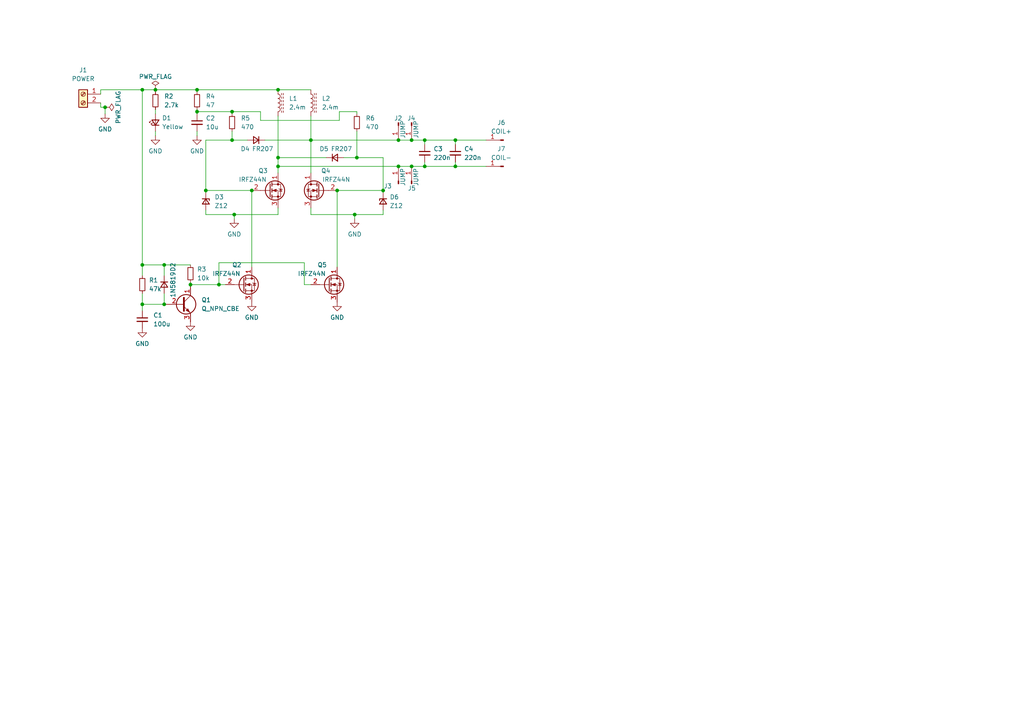
<source format=kicad_sch>
(kicad_sch (version 20211123) (generator eeschema)
  (paper "A4")
  (lib_symbols
    (symbol "Connector:Conn_01x01_Male" (pin_names (offset 1.016) hide)
      (property "Reference" "J" (at 0 2.54 0))
      (property "Value" "Conn_01x01_Male" (at 0 -2.54 0))
      (symbol "Conn_01x01_Male_1_1"
        (polyline (pts (xy 1.27 0) (xy 0.8636 0)) (stroke (width 0.1524)))
        (rectangle (start 0.8636 0.127) (end 0 -0.127) (stroke (width 0.1524)) (fill (type outline)))
        (pin passive line (at 5.08 0 180) (length 3.81) (name "Pin_1") (number "1"))
      )
    )
    (symbol "Connector:Screw_Terminal_01x02" (pin_names (offset 1.016) hide)
      (property "Reference" "J" (at 0 2.54 0))
      (property "Value" "Screw_Terminal_01x02" (at 0 -5.08 0))
      (symbol "Screw_Terminal_01x02_1_1"
        (rectangle (start -1.27 1.27) (end 1.27 -3.81) (stroke (width 0.254)) (fill (type background)))
        (circle (center 0 -2.54) (radius 0.635) (stroke (width 0.1524)))
        (polyline (pts (xy -0.5334 -2.2098) (xy 0.3302 -3.048)) (stroke (width 0.1524)))
        (polyline (pts (xy -0.5334 0.3302) (xy 0.3302 -0.508)) (stroke (width 0.1524)))
        (polyline (pts (xy -0.3556 -2.032) (xy 0.508 -2.8702)) (stroke (width 0.1524)))
        (polyline (pts (xy -0.3556 0.508) (xy 0.508 -0.3302)) (stroke (width 0.1524)))
        (circle (center 0 0) (radius 0.635) (stroke (width 0.1524)))
        (pin passive line (at -5.08 0 0) (length 3.81) (name "Pin_1") (number "1"))
        (pin passive line (at -5.08 -2.54 0) (length 3.81) (name "Pin_2") (number "2"))
      )
    )
    (symbol "Device:C_Small" (pin_numbers hide) (pin_names (offset 0.254) hide)
      (property "Reference" "C" (at 0.254 1.778 0))
      (property "Value" "C_Small" (at 0.254 -2.032 0))
      (symbol "C_Small_0_1"
        (polyline (pts (xy -1.524 -0.508) (xy 1.524 -0.508)) (stroke (width 0.3302)))
        (polyline (pts (xy -1.524 0.508) (xy 1.524 0.508)) (stroke (width 0.3048)))
      )
      (symbol "C_Small_1_1"
        (pin passive line (at 0 2.54 270) (length 2.032) (name "~") (number "1"))
        (pin passive line (at 0 -2.54 90) (length 2.032) (name "~") (number "2"))
      )
    )
    (symbol "Device:D_Small" (pin_numbers hide) (pin_names (offset 0.254) hide)
      (property "Reference" "D" (at -1.27 2.032 0))
      (property "Value" "D_Small" (at -3.81 -2.032 0))
      (symbol "D_Small_0_1"
        (polyline (pts (xy -0.762 -1.016) (xy -0.762 1.016)) (stroke (width 0.254)))
        (polyline (pts (xy -0.762 0) (xy 0.762 0)))
        (polyline (pts (xy 0.762 -1.016) (xy -0.762 0) (xy 0.762 1.016) (xy 0.762 -1.016)) (stroke (width 0.254)))
      )
      (symbol "D_Small_1_1"
        (pin passive line (at -2.54 0 0) (length 1.778) (name "K") (number "1"))
        (pin passive line (at 2.54 0 180) (length 1.778) (name "A") (number "2"))
      )
    )
    (symbol "Device:D_Zener_Small" (pin_numbers hide) (pin_names (offset 0.254) hide)
      (property "Reference" "D" (at 0 2.286 0))
      (property "Value" "D_Zener_Small" (at 0 -2.286 0))
      (symbol "D_Zener_Small_0_1"
        (polyline (pts (xy 0.762 0) (xy -0.762 0)))
        (polyline (pts (xy -0.254 1.016) (xy -0.762 1.016) (xy -0.762 -1.016)) (stroke (width 0.254)))
        (polyline (pts (xy 0.762 1.016) (xy -0.762 0) (xy 0.762 -1.016) (xy 0.762 1.016)) (stroke (width 0.254)))
      )
      (symbol "D_Zener_Small_1_1"
        (pin passive line (at -2.54 0 0) (length 1.778) (name "K") (number "1"))
        (pin passive line (at 2.54 0 180) (length 1.778) (name "A") (number "2"))
      )
    )
    (symbol "Device:LED_Small" (pin_numbers hide) (pin_names (offset 0.254) hide)
      (property "Reference" "D" (at -1.27 3.175 0))
      (property "Value" "LED_Small" (at -4.445 -2.54 0))
      (symbol "LED_Small_0_1"
        (polyline (pts (xy -0.762 -1.016) (xy -0.762 1.016)) (stroke (width 0.254)))
        (polyline (pts (xy 1.016 0) (xy -0.762 0)))
        (polyline (pts (xy 0.762 -1.016) (xy -0.762 0) (xy 0.762 1.016) (xy 0.762 -1.016)) (stroke (width 0.254)))
        (polyline (pts (xy 0 0.762) (xy -0.508 1.27) (xy -0.254 1.27) (xy -0.508 1.27) (xy -0.508 1.016)))
        (polyline (pts (xy 0.508 1.27) (xy 0 1.778) (xy 0.254 1.778) (xy 0 1.778) (xy 0 1.524)))
      )
      (symbol "LED_Small_1_1"
        (pin passive line (at -2.54 0 0) (length 1.778) (name "K") (number "1"))
        (pin passive line (at 2.54 0 180) (length 1.778) (name "A") (number "2"))
      )
    )
    (symbol "Device:L_Ferrite" (pin_numbers hide) (pin_names (offset 1.016) hide)
      (property "Reference" "L" (at -1.27 0 90))
      (property "Value" "L_Ferrite" (at 2.794 0 90))
      (symbol "L_Ferrite_0_1"
        (arc (start 0 -2.54) (mid 0.635 -1.905) (end 0 -1.27))
        (arc (start 0 -1.27) (mid 0.635 -0.635) (end 0 0))
        (polyline (pts (xy 1.016 -2.794) (xy 1.016 -2.286)))
        (polyline (pts (xy 1.016 -1.778) (xy 1.016 -1.27)))
        (polyline (pts (xy 1.016 -0.762) (xy 1.016 -0.254)))
        (polyline (pts (xy 1.016 0.254) (xy 1.016 0.762)))
        (polyline (pts (xy 1.016 1.27) (xy 1.016 1.778)))
        (polyline (pts (xy 1.016 2.286) (xy 1.016 2.794)))
        (polyline (pts (xy 1.524 -2.286) (xy 1.524 -2.794)))
        (polyline (pts (xy 1.524 -1.27) (xy 1.524 -1.778)))
        (polyline (pts (xy 1.524 -0.254) (xy 1.524 -0.762)))
        (polyline (pts (xy 1.524 0.762) (xy 1.524 0.254)))
        (polyline (pts (xy 1.524 1.778) (xy 1.524 1.27)))
        (polyline (pts (xy 1.524 2.794) (xy 1.524 2.286)))
        (arc (start 0 0) (mid 0.635 0.635) (end 0 1.27))
        (arc (start 0 1.27) (mid 0.635 1.905) (end 0 2.54))
      )
      (symbol "L_Ferrite_1_1"
        (pin passive line (at 0 3.81 270) (length 1.27) (name "1") (number "1"))
        (pin passive line (at 0 -3.81 90) (length 1.27) (name "2") (number "2"))
      )
    )
    (symbol "Device:Q_NPN_CBE" (pin_names (offset 0) hide)
      (property "Reference" "Q" (at 5.08 1.27 0))
      (property "Value" "Q_NPN_CBE" (at 5.08 -1.27 0))
      (symbol "Q_NPN_CBE_0_1"
        (polyline (pts (xy 0.635 0.635) (xy 2.54 2.54)))
        (polyline (pts (xy 0.635 -0.635) (xy 2.54 -2.54) (xy 2.54 -2.54)))
        (polyline (pts (xy 0.635 1.905) (xy 0.635 -1.905) (xy 0.635 -1.905)) (stroke (width 0.508)))
        (polyline (pts (xy 1.27 -1.778) (xy 1.778 -1.27) (xy 2.286 -2.286) (xy 1.27 -1.778) (xy 1.27 -1.778)) (fill (type outline)))
        (circle (center 1.27 0) (radius 2.8194) (stroke (width 0.254)))
      )
      (symbol "Q_NPN_CBE_1_1"
        (pin passive line (at 2.54 5.08 270) (length 2.54) (name "C") (number "1"))
        (pin input line (at -5.08 0 0) (length 5.715) (name "B") (number "2"))
        (pin passive line (at 2.54 -5.08 90) (length 2.54) (name "E") (number "3"))
      )
    )
    (symbol "Device:R_Small" (pin_numbers hide) (pin_names (offset 0.254) hide)
      (property "Reference" "R" (at 0.762 0.508 0))
      (property "Value" "R_Small" (at 0.762 -1.016 0))
      (symbol "R_Small_0_1"
        (rectangle (start -0.762 1.778) (end 0.762 -1.778) (stroke (width 0.2032)))
      )
      (symbol "R_Small_1_1"
        (pin passive line (at 0 2.54 270) (length 0.762) (name "~") (number "1"))
        (pin passive line (at 0 -2.54 90) (length 0.762) (name "~") (number "2"))
      )
    )
    (symbol "Transistor_FET:IRF6620" (pin_names hide)
      (property "Reference" "Q" (at 5.08 1.905 0))
      (property "Value" "IRF6620" (at 5.08 0 0))
      (symbol "IRF6620_0_1"
        (polyline (pts (xy 0.254 0) (xy -2.54 0)))
        (polyline (pts (xy 0.254 1.905) (xy 0.254 -1.905)) (stroke (width 0.254)))
        (polyline (pts (xy 0.762 -1.27) (xy 0.762 -2.286)) (stroke (width 0.254)))
        (polyline (pts (xy 0.762 0.508) (xy 0.762 -0.508)) (stroke (width 0.254)))
        (polyline (pts (xy 0.762 2.286) (xy 0.762 1.27)) (stroke (width 0.254)))
        (polyline (pts (xy 2.54 2.54) (xy 2.54 1.778)))
        (polyline (pts (xy 2.54 -2.54) (xy 2.54 0) (xy 0.762 0)))
        (polyline (pts (xy 0.762 -1.778) (xy 3.302 -1.778) (xy 3.302 1.778) (xy 0.762 1.778)))
        (polyline (pts (xy 1.016 0) (xy 2.032 0.381) (xy 2.032 -0.381) (xy 1.016 0)) (fill (type outline)))
        (polyline (pts (xy 2.794 0.508) (xy 2.921 0.381) (xy 3.683 0.381) (xy 3.81 0.254)))
        (polyline (pts (xy 3.302 0.381) (xy 2.921 -0.254) (xy 3.683 -0.254) (xy 3.302 0.381)))
        (circle (center 1.651 0) (radius 2.794) (stroke (width 0.254)))
        (circle (center 2.54 -1.778) (radius 0.254) (fill (type outline)))
        (circle (center 2.54 1.778) (radius 0.254) (fill (type outline)))
      )
      (symbol "IRF6620_1_1"
        (pin passive line (at 2.54 5.08 270) (length 2.54) (name "D") (number "1"))
        (pin input line (at -5.08 0 0) (length 2.54) (name "G") (number "2"))
        (pin passive line (at 2.54 -5.08 90) (length 2.54) (name "S") (number "3"))
      )
    )
    (symbol "power:GND" (power) (pin_names (offset 0))
      (property "Value" "GND" (at 0 -3.81 0))
      (symbol "GND_0_1"
        (polyline (pts (xy 0 0) (xy 0 -1.27) (xy 1.27 -1.27) (xy 0 -2.54) (xy -1.27 -1.27) (xy 0 -1.27)))
      )
      (symbol "GND_1_1"
        (pin power_in line (at 0 0 270) (length 0) hide (name "GND") (number "1"))
      )
    )
    (symbol "power:PWR_FLAG" (power) (pin_numbers hide) (pin_names (offset 0) hide)
      (property "Value" "PWR_FLAG" (at 0 3.81 0))
      (symbol "PWR_FLAG_0_0"
        (pin power_out line (at 0 0 90) (length 0) (name "pwr") (number "1"))
      )
      (symbol "PWR_FLAG_0_1"
        (polyline (pts (xy 0 0) (xy 0 1.27) (xy -1.016 1.905) (xy 0 2.54) (xy 1.016 1.905) (xy 0 1.27)))
      )
    )
  )
  (junction (at 80.645 26.035))
  (junction (at 47.625 76.835))
  (junction (at 57.15 26.035))
  (junction (at 111.125 55.245))
  (junction (at 123.19 40.64))
  (junction (at 41.275 26.035))
  (junction (at 80.645 45.72))
  (junction (at 47.625 88.265))
  (junction (at 59.69 55.245))
  (junction (at 119.38 48.26))
  (junction (at 80.645 48.26))
  (junction (at 30.48 31.115))
  (junction (at 123.19 48.26))
  (junction (at 41.275 76.835))
  (junction (at 67.945 62.23))
  (junction (at 132.08 40.64))
  (junction (at 119.38 40.64))
  (junction (at 103.505 45.72))
  (junction (at 57.15 32.385))
  (junction (at 132.08 48.26))
  (junction (at 97.79 55.245))
  (junction (at 67.31 32.385))
  (junction (at 115.57 40.64))
  (junction (at 73.025 55.245))
  (junction (at 41.275 88.265))
  (junction (at 63.5 82.55))
  (junction (at 90.17 40.64))
  (junction (at 67.31 40.64))
  (junction (at 115.57 48.26))
  (junction (at 102.87 62.23))
  (junction (at 55.245 82.55))
  (junction (at 45.085 26.035))
  (wire (pts (xy 123.19 48.26) (xy 132.08 48.26)))
  (wire (pts (xy 80.645 33.655) (xy 80.645 45.72)))
  (wire (pts (xy 88.265 82.55) (xy 90.17 82.55)))
  (wire (pts (xy 59.69 62.23) (xy 67.945 62.23)))
  (wire (pts (xy 55.245 82.55) (xy 63.5 82.55)))
  (wire (pts (xy 30.48 31.115) (xy 30.48 33.02)))
  (wire (pts (xy 59.69 55.245) (xy 59.69 55.88)))
  (wire (pts (xy 76.835 40.64) (xy 90.17 40.64)))
  (wire (pts (xy 103.505 32.385) (xy 98.425 32.385)))
  (wire (pts (xy 99.695 45.72) (xy 103.505 45.72)))
  (wire (pts (xy 90.17 40.64) (xy 115.57 40.64)))
  (wire (pts (xy 111.125 60.96) (xy 111.125 62.23)))
  (wire (pts (xy 29.21 29.845) (xy 29.21 31.115)))
  (wire (pts (xy 90.17 60.325) (xy 90.17 62.23)))
  (wire (pts (xy 45.085 31.75) (xy 45.085 33.02)))
  (wire (pts (xy 41.275 88.265) (xy 41.275 90.17)))
  (wire (pts (xy 57.15 26.035) (xy 80.645 26.035)))
  (wire (pts (xy 119.38 40.64) (xy 123.19 40.64)))
  (wire (pts (xy 88.265 76.2) (xy 88.265 82.55)))
  (wire (pts (xy 57.15 26.035) (xy 57.15 26.67)))
  (wire (pts (xy 123.19 41.91) (xy 123.19 40.64)))
  (wire (pts (xy 90.17 33.655) (xy 90.17 40.64)))
  (wire (pts (xy 75.565 34.925) (xy 75.565 32.385)))
  (wire (pts (xy 41.275 88.265) (xy 47.625 88.265)))
  (wire (pts (xy 55.245 82.55) (xy 55.245 83.185)))
  (wire (pts (xy 47.625 76.835) (xy 55.245 76.835)))
  (wire (pts (xy 67.31 32.385) (xy 57.15 32.385)))
  (wire (pts (xy 80.645 26.035) (xy 90.17 26.035)))
  (wire (pts (xy 132.08 40.64) (xy 132.08 41.91)))
  (wire (pts (xy 80.645 62.23) (xy 67.945 62.23)))
  (wire (pts (xy 67.945 62.23) (xy 67.945 63.5)))
  (wire (pts (xy 80.645 48.26) (xy 80.645 50.165)))
  (wire (pts (xy 75.565 32.385) (xy 67.31 32.385)))
  (wire (pts (xy 80.645 45.72) (xy 80.645 48.26)))
  (wire (pts (xy 67.31 33.02) (xy 67.31 32.385)))
  (wire (pts (xy 29.21 26.035) (xy 29.21 27.305)))
  (wire (pts (xy 98.425 34.925) (xy 75.565 34.925)))
  (wire (pts (xy 90.17 40.64) (xy 90.17 50.165)))
  (wire (pts (xy 111.125 45.72) (xy 111.125 55.245)))
  (wire (pts (xy 41.275 85.09) (xy 41.275 88.265)))
  (wire (pts (xy 90.17 62.23) (xy 102.87 62.23)))
  (wire (pts (xy 57.15 31.75) (xy 57.15 32.385)))
  (wire (pts (xy 132.08 40.64) (xy 140.97 40.64)))
  (wire (pts (xy 63.5 76.2) (xy 88.265 76.2)))
  (wire (pts (xy 123.19 40.64) (xy 132.08 40.64)))
  (wire (pts (xy 111.125 55.245) (xy 111.125 55.88)))
  (wire (pts (xy 59.69 55.245) (xy 73.025 55.245)))
  (wire (pts (xy 29.21 31.115) (xy 30.48 31.115)))
  (wire (pts (xy 123.19 46.99) (xy 123.19 48.26)))
  (wire (pts (xy 41.275 26.035) (xy 45.085 26.035)))
  (wire (pts (xy 103.505 33.02) (xy 103.505 32.385)))
  (wire (pts (xy 57.15 38.1) (xy 57.15 39.37)))
  (wire (pts (xy 47.625 76.835) (xy 41.275 76.835)))
  (wire (pts (xy 98.425 32.385) (xy 98.425 34.925)))
  (wire (pts (xy 67.31 40.64) (xy 59.69 40.64)))
  (wire (pts (xy 45.085 38.1) (xy 45.085 39.37)))
  (wire (pts (xy 59.69 60.96) (xy 59.69 62.23)))
  (wire (pts (xy 97.79 77.47) (xy 97.79 55.245)))
  (wire (pts (xy 55.245 81.915) (xy 55.245 82.55)))
  (wire (pts (xy 41.275 76.835) (xy 41.275 80.01)))
  (wire (pts (xy 80.645 48.26) (xy 115.57 48.26)))
  (wire (pts (xy 63.5 82.55) (xy 63.5 76.2)))
  (wire (pts (xy 67.31 40.64) (xy 71.755 40.64)))
  (wire (pts (xy 80.645 45.72) (xy 94.615 45.72)))
  (wire (pts (xy 115.57 40.64) (xy 119.38 40.64)))
  (wire (pts (xy 119.38 48.26) (xy 123.19 48.26)))
  (wire (pts (xy 115.57 48.26) (xy 119.38 48.26)))
  (wire (pts (xy 41.275 26.035) (xy 41.275 76.835)))
  (wire (pts (xy 132.08 48.26) (xy 140.97 48.26)))
  (wire (pts (xy 73.025 55.245) (xy 73.025 77.47)))
  (wire (pts (xy 47.625 80.01) (xy 47.625 76.835)))
  (wire (pts (xy 59.69 40.64) (xy 59.69 55.245)))
  (wire (pts (xy 45.085 26.035) (xy 45.085 26.67)))
  (wire (pts (xy 102.87 62.23) (xy 102.87 63.5)))
  (wire (pts (xy 103.505 45.72) (xy 111.125 45.72)))
  (wire (pts (xy 63.5 82.55) (xy 65.405 82.55)))
  (wire (pts (xy 47.625 85.09) (xy 47.625 88.265)))
  (wire (pts (xy 57.15 32.385) (xy 57.15 33.02)))
  (wire (pts (xy 80.645 60.325) (xy 80.645 62.23)))
  (wire (pts (xy 111.125 62.23) (xy 102.87 62.23)))
  (wire (pts (xy 103.505 38.1) (xy 103.505 45.72)))
  (wire (pts (xy 67.31 38.1) (xy 67.31 40.64)))
  (wire (pts (xy 45.085 26.035) (xy 57.15 26.035)))
  (wire (pts (xy 132.08 46.99) (xy 132.08 48.26)))
  (wire (pts (xy 97.79 55.245) (xy 111.125 55.245)))
  (wire (pts (xy 29.21 26.035) (xy 41.275 26.035)))
  (symbol (lib_id "Device:R_Small") (at 103.505 35.56 0) (unit 1)
    (property "Reference" "R6" (at 106.045 34.2899 0) (effects (justify left)))
    (property "Value" "470" (at 106.045 36.8299 0) (effects (justify left)))
    (property "Footprint" "Resistor_THT:R_Axial_DIN0207_L6.3mm_D2.5mm_P7.62mm_Horizontal" (effects hide))
  )
  (symbol (lib_id "Transistor_FET:IRF6620") (at 95.25 82.55 0) (unit 1)
    (property "Reference" "Q5" (at 92.075 76.835 0) (effects (justify left)))
    (property "Value" "IRFZ44N" (at 86.36 79.375 0) (effects (justify left)))
    (property "Footprint" "Package_TO_SOT_SMD:SOT-23_Handsoldering" (effects hide))
    (property "Datasheet" "https://www.infineon.com/dgdl/irf6620pbf.pdf?fileId=5546d462533600a4015355e8831d1a23" (effects hide))
  )
  (symbol (lib_id "Device:R_Small") (at 57.15 29.21 0) (unit 1)
    (property "Reference" "R4" (at 59.69 27.9399 0) (effects (justify left)))
    (property "Value" "47" (at 59.69 30.4799 0) (effects (justify left)))
    (property "Footprint" "Resistor_THT:R_Axial_DIN0207_L6.3mm_D2.5mm_P2.54mm_Vertical" (effects hide))
  )
  (symbol (lib_id "power:PWR_FLAG") (at 30.48 31.115 270) (unit 1)
    (property "Reference" "#FLG01" (effects hide))
    (property "Value" "PWR_FLAG" (at 34.29 31.115 0))
  )
  (symbol (lib_id "power:GND") (at 102.87 63.5 0) (unit 1)
    (property "Reference" "#PWR09" (effects hide))
    (property "Value" "GND" (at 102.87 67.945 0))
  )
  (symbol (lib_id "Device:R_Small") (at 55.245 79.375 0) (unit 1)
    (property "Reference" "R3" (at 57.15 78.1049 0) (effects (justify left)))
    (property "Value" "10k" (at 57.15 80.6449 0) (effects (justify left)))
    (property "Footprint" "Resistor_SMD:R_1206_3216Metric_Pad1.30x1.75mm_HandSolder" (effects hide))
  )
  (symbol (lib_id "Connector:Conn_01x01_Male") (at 115.57 35.56 270) (unit 1)
    (property "Reference" "J2" (at 114.3 34.29 90) (effects (justify left)))
    (property "Value" "JUMP" (at 116.84 34.925 0) (effects (justify left)))
    (property "Footprint" "Connector_PinSocket_2.54mm:PinSocket_1x01_P2.54mm_Vertical" (effects hide))
  )
  (symbol (lib_id "Device:C_Small") (at 41.275 92.71 0) (unit 1)
    (property "Reference" "C1" (at 44.45 91.4462 0) (effects (justify left)))
    (property "Value" "100u" (at 44.45 93.9862 0) (effects (justify left)))
    (property "Footprint" "Capacitor_SMD:C_0805_2012Metric_Pad1.18x1.45mm_HandSolder" (effects hide))
  )
  (symbol (lib_id "Transistor_FET:IRF6620") (at 70.485 82.55 0) (unit 1)
    (property "Reference" "Q2" (at 67.31 76.835 0) (effects (justify left)))
    (property "Value" "IRFZ44N" (at 61.595 79.375 0) (effects (justify left)))
    (property "Footprint" "Package_TO_SOT_SMD:SOT-23_Handsoldering" (effects hide))
    (property "Datasheet" "https://www.infineon.com/dgdl/irf6620pbf.pdf?fileId=5546d462533600a4015355e8831d1a23" (effects hide))
  )
  (symbol (lib_id "power:GND") (at 55.245 93.345 0) (unit 1)
    (property "Reference" "#PWR04" (effects hide))
    (property "Value" "GND" (at 55.245 97.79 0))
  )
  (symbol (lib_id "Device:D_Small") (at 97.155 45.72 0) (unit 1)
    (property "Reference" "D5" (at 93.98 43.18 0))
    (property "Value" "FR207" (at 99.06 43.18 0))
    (property "Footprint" "Diode_THT:D_DO-15_P12.70mm_Horizontal" (effects hide))
  )
  (symbol (lib_id "Device:C_Small") (at 132.08 44.45 0) (unit 1)
    (property "Reference" "C4" (at 134.62 43.1862 0) (effects (justify left)))
    (property "Value" "220n" (at 134.62 45.7262 0) (effects (justify left)))
    (property "Footprint" "Capacitor_THT:C_Rect_L18.0mm_W9.0mm_P15.00mm_FKS3_FKP3" (effects hide))
  )
  (symbol (lib_id "Connector:Conn_01x01_Male") (at 115.57 53.34 90) (unit 1)
    (property "Reference" "J3" (at 113.665 53.9751 90) (effects (justify left)))
    (property "Value" "JUMP" (at 116.84 53.975 0) (effects (justify left)))
    (property "Footprint" "Connector_PinSocket_2.54mm:PinSocket_1x01_P2.54mm_Vertical" (effects hide))
  )
  (symbol (lib_id "Device:LED_Small") (at 45.085 35.56 90) (unit 1)
    (property "Reference" "D1" (at 46.99 34.2264 90) (effects (justify right)))
    (property "Value" "Yellow" (at 46.99 36.7664 90) (effects (justify right)))
    (property "Footprint" "LED_THT:LED_D3.0mm" (effects hide))
  )
  (symbol (lib_id "Device:C_Small") (at 57.15 35.56 0) (unit 1)
    (property "Reference" "C2" (at 59.69 34.2962 0) (effects (justify left)))
    (property "Value" "10u" (at 59.69 36.8362 0) (effects (justify left)))
    (property "Footprint" "Capacitor_SMD:C_0805_2012Metric_Pad1.18x1.45mm_HandSolder" (effects hide))
  )
  (symbol (lib_id "Connector:Conn_01x01_Male") (at 119.38 53.34 90) (unit 1)
    (property "Reference" "J5" (at 120.65 54.61 90) (effects (justify left)))
    (property "Value" "JUMP" (at 120.65 53.975 0) (effects (justify left)))
    (property "Footprint" "custom:JumperHole_2mm" (effects hide))
  )
  (symbol (lib_id "Device:L_Ferrite") (at 90.17 29.845 0) (unit 1)
    (property "Reference" "L2" (at 93.345 28.5749 0) (effects (justify left)))
    (property "Value" "2.4m" (at 93.345 31.1149 0) (effects (justify left)))
    (property "Footprint" "custom:Toroid_35mm" (effects hide))
  )
  (symbol (lib_id "Transistor_FET:IRF6620") (at 92.71 55.245 0) (mirror y) (unit 1)
    (property "Reference" "Q4" (at 95.885 49.53 0) (effects (justify left)))
    (property "Value" "IRFZ44N" (at 101.6 52.07 0) (effects (justify left)))
    (property "Footprint" "Package_TO_SOT_THT:TO-220-3_Vertical" (effects hide))
    (property "Datasheet" "https://www.infineon.com/dgdl/irf6620pbf.pdf?fileId=5546d462533600a4015355e8831d1a23" (effects hide))
  )
  (symbol (lib_id "power:GND") (at 67.945 63.5 0) (unit 1)
    (property "Reference" "#PWR06" (effects hide))
    (property "Value" "GND" (at 67.945 67.945 0))
  )
  (symbol (lib_id "Device:R_Small") (at 41.275 82.55 0) (unit 1)
    (property "Reference" "R1" (at 43.18 81.2799 0) (effects (justify left)))
    (property "Value" "47k" (at 43.18 83.8199 0) (effects (justify left)))
    (property "Footprint" "Resistor_SMD:R_1206_3216Metric_Pad1.30x1.75mm_HandSolder" (effects hide))
  )
  (symbol (lib_id "power:GND") (at 73.025 87.63 0) (unit 1)
    (property "Reference" "#PWR07" (effects hide))
    (property "Value" "GND" (at 73.025 92.075 0))
  )
  (symbol (lib_id "Device:Q_NPN_CBE") (at 52.705 88.265 0) (unit 1)
    (property "Reference" "Q1" (at 58.42 86.9949 0) (effects (justify left)))
    (property "Value" "Q_NPN_CBE" (at 58.42 89.5349 0) (effects (justify left)))
    (property "Footprint" "Package_TO_SOT_SMD:SOT-23_Handsoldering" (effects hide))
  )
  (symbol (lib_id "Transistor_FET:IRF6620") (at 78.105 55.245 0) (unit 1)
    (property "Reference" "Q3" (at 74.93 49.53 0) (effects (justify left)))
    (property "Value" "IRFZ44N" (at 69.215 52.07 0) (effects (justify left)))
    (property "Footprint" "Package_TO_SOT_THT:TO-220-3_Vertical" (effects hide))
    (property "Datasheet" "https://www.infineon.com/dgdl/irf6620pbf.pdf?fileId=5546d462533600a4015355e8831d1a23" (effects hide))
  )
  (symbol (lib_id "power:GND") (at 57.15 39.37 0) (unit 1)
    (property "Reference" "#PWR05" (effects hide))
    (property "Value" "GND" (at 57.15 43.815 0))
  )
  (symbol (lib_id "Device:C_Small") (at 123.19 44.45 0) (unit 1)
    (property "Reference" "C3" (at 125.73 43.1862 0) (effects (justify left)))
    (property "Value" "220n" (at 125.73 45.7262 0) (effects (justify left)))
    (property "Footprint" "Capacitor_THT:C_Rect_L18.0mm_W9.0mm_P15.00mm_FKS3_FKP3" (effects hide))
  )
  (symbol (lib_id "Connector:Conn_01x01_Male") (at 146.05 40.64 180) (unit 1)
    (property "Reference" "J6" (at 145.415 35.56 0))
    (property "Value" "COIL+" (at 145.415 38.1 0))
    (property "Footprint" "custom:JumperHole_2mm" (effects hide))
  )
  (symbol (lib_id "Connector:Conn_01x01_Male") (at 119.38 35.56 270) (unit 1)
    (property "Reference" "J4" (at 118.11 34.29 90) (effects (justify left)))
    (property "Value" "JUMP" (at 120.65 34.925 0) (effects (justify left)))
    (property "Footprint" "custom:JumperHole_2mm" (effects hide))
  )
  (symbol (lib_id "Device:R_Small") (at 45.085 29.21 0) (unit 1)
    (property "Reference" "R2" (at 47.625 27.9399 0) (effects (justify left)))
    (property "Value" "2.7k" (at 47.625 30.4799 0) (effects (justify left)))
    (property "Footprint" "Resistor_THT:R_Axial_DIN0207_L6.3mm_D2.5mm_P2.54mm_Vertical" (effects hide))
  )
  (symbol (lib_id "Connector:Screw_Terminal_01x02") (at 24.13 27.305 0) (mirror y) (unit 1)
    (property "Reference" "J1" (at 24.13 20.32 0))
    (property "Value" "POWER" (at 24.13 22.86 0))
    (property "Footprint" "TerminalBlock_RND:TerminalBlock_RND_205-00012_1x02_P5.00mm_Horizontal" (effects hide))
  )
  (symbol (lib_id "power:PWR_FLAG") (at 45.085 26.035 0) (unit 1)
    (property "Reference" "#FLG02" (effects hide))
    (property "Value" "PWR_FLAG" (at 45.085 22.225 0))
  )
  (symbol (lib_id "Device:D_Zener_Small") (at 59.69 58.42 270) (unit 1)
    (property "Reference" "D3" (at 62.23 57.1499 90) (effects (justify left)))
    (property "Value" "Z12" (at 62.23 59.6899 90) (effects (justify left)))
    (property "Footprint" "Diode_THT:D_DO-41_SOD81_P7.62mm_Horizontal" (effects hide))
  )
  (symbol (lib_id "power:GND") (at 30.48 33.02 0) (unit 1)
    (property "Reference" "#PWR01" (effects hide))
    (property "Value" "GND" (at 30.48 37.465 0))
  )
  (symbol (lib_id "power:GND") (at 97.79 87.63 0) (unit 1)
    (property "Reference" "#PWR08" (effects hide))
    (property "Value" "GND" (at 97.79 92.075 0))
  )
  (symbol (lib_id "power:GND") (at 41.275 95.25 0) (unit 1)
    (property "Reference" "#PWR02" (effects hide))
    (property "Value" "GND" (at 41.275 99.695 0))
  )
  (symbol (lib_id "Device:D_Small") (at 47.625 82.55 270) (unit 1)
    (property "Reference" "D2" (at 50.165 77.47 0))
    (property "Value" "1N5819" (at 50.165 82.55 0))
    (property "Footprint" "Diode_THT:D_DO-41_SOD81_P10.16mm_Horizontal" (effects hide))
  )
  (symbol (lib_id "Device:R_Small") (at 67.31 35.56 0) (unit 1)
    (property "Reference" "R5" (at 69.85 34.2899 0) (effects (justify left)))
    (property "Value" "470" (at 69.85 36.8299 0) (effects (justify left)))
    (property "Footprint" "Resistor_THT:R_Axial_DIN0207_L6.3mm_D2.5mm_P7.62mm_Horizontal" (effects hide))
  )
  (symbol (lib_id "Device:L_Ferrite") (at 80.645 29.845 0) (unit 1)
    (property "Reference" "L1" (at 83.82 28.5749 0) (effects (justify left)))
    (property "Value" "2.4m" (at 83.82 31.1149 0) (effects (justify left)))
    (property "Footprint" "custom:Toroid_35mm" (effects hide))
  )
  (symbol (lib_id "power:GND") (at 45.085 39.37 0) (unit 1)
    (property "Reference" "#PWR03" (effects hide))
    (property "Value" "GND" (at 45.085 43.815 0))
  )
  (symbol (lib_id "Connector:Conn_01x01_Male") (at 146.05 48.26 180) (unit 1)
    (property "Reference" "J7" (at 145.415 43.18 0))
    (property "Value" "COIL-" (at 145.415 45.72 0))
    (property "Footprint" "custom:JumperHole_2mm" (effects hide))
  )
  (symbol (lib_id "Device:D_Small") (at 74.295 40.64 180) (unit 1)
    (property "Reference" "D4" (at 71.12 43.18 0))
    (property "Value" "FR207" (at 76.2 43.18 0))
    (property "Footprint" "Diode_THT:D_DO-15_P12.70mm_Horizontal" (effects hide))
  )
  (symbol (lib_id "Device:D_Zener_Small") (at 111.125 58.42 90) (mirror x) (unit 1)
    (property "Reference" "D6" (at 113.03 57.1499 90) (effects (justify right)))
    (property "Value" "Z12" (at 113.03 59.6899 90) (effects (justify right)))
    (property "Footprint" "Diode_THT:D_DO-41_SOD81_P7.62mm_Horizontal" (effects hide))
  )
)
</source>
